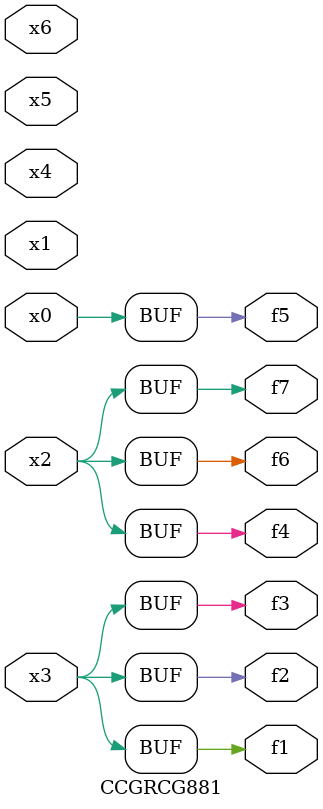
<source format=v>
module CCGRCG881(
	input x0, x1, x2, x3, x4, x5, x6,
	output f1, f2, f3, f4, f5, f6, f7
);
	assign f1 = x3;
	assign f2 = x3;
	assign f3 = x3;
	assign f4 = x2;
	assign f5 = x0;
	assign f6 = x2;
	assign f7 = x2;
endmodule

</source>
